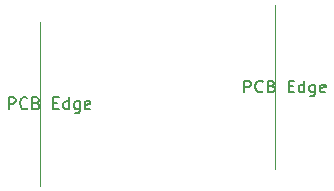
<source format=gbr>
%TF.GenerationSoftware,KiCad,Pcbnew,9.0.6*%
%TF.CreationDate,2025-12-01T13:51:19+09:00*%
%TF.ProjectId,fcBoard,6663426f-6172-4642-9e6b-696361645f70,0.2*%
%TF.SameCoordinates,Original*%
%TF.FileFunction,OtherDrawing,Comment*%
%FSLAX46Y46*%
G04 Gerber Fmt 4.6, Leading zero omitted, Abs format (unit mm)*
G04 Created by KiCad (PCBNEW 9.0.6) date 2025-12-01 13:51:19*
%MOMM*%
%LPD*%
G01*
G04 APERTURE LIST*
%ADD10C,0.150000*%
%ADD11C,0.100000*%
G04 APERTURE END LIST*
D10*
X167491428Y-385354819D02*
X167491428Y-384354819D01*
X167491428Y-384354819D02*
X167872380Y-384354819D01*
X167872380Y-384354819D02*
X167967618Y-384402438D01*
X167967618Y-384402438D02*
X168015237Y-384450057D01*
X168015237Y-384450057D02*
X168062856Y-384545295D01*
X168062856Y-384545295D02*
X168062856Y-384688152D01*
X168062856Y-384688152D02*
X168015237Y-384783390D01*
X168015237Y-384783390D02*
X167967618Y-384831009D01*
X167967618Y-384831009D02*
X167872380Y-384878628D01*
X167872380Y-384878628D02*
X167491428Y-384878628D01*
X169062856Y-385259580D02*
X169015237Y-385307200D01*
X169015237Y-385307200D02*
X168872380Y-385354819D01*
X168872380Y-385354819D02*
X168777142Y-385354819D01*
X168777142Y-385354819D02*
X168634285Y-385307200D01*
X168634285Y-385307200D02*
X168539047Y-385211961D01*
X168539047Y-385211961D02*
X168491428Y-385116723D01*
X168491428Y-385116723D02*
X168443809Y-384926247D01*
X168443809Y-384926247D02*
X168443809Y-384783390D01*
X168443809Y-384783390D02*
X168491428Y-384592914D01*
X168491428Y-384592914D02*
X168539047Y-384497676D01*
X168539047Y-384497676D02*
X168634285Y-384402438D01*
X168634285Y-384402438D02*
X168777142Y-384354819D01*
X168777142Y-384354819D02*
X168872380Y-384354819D01*
X168872380Y-384354819D02*
X169015237Y-384402438D01*
X169015237Y-384402438D02*
X169062856Y-384450057D01*
X169824761Y-384831009D02*
X169967618Y-384878628D01*
X169967618Y-384878628D02*
X170015237Y-384926247D01*
X170015237Y-384926247D02*
X170062856Y-385021485D01*
X170062856Y-385021485D02*
X170062856Y-385164342D01*
X170062856Y-385164342D02*
X170015237Y-385259580D01*
X170015237Y-385259580D02*
X169967618Y-385307200D01*
X169967618Y-385307200D02*
X169872380Y-385354819D01*
X169872380Y-385354819D02*
X169491428Y-385354819D01*
X169491428Y-385354819D02*
X169491428Y-384354819D01*
X169491428Y-384354819D02*
X169824761Y-384354819D01*
X169824761Y-384354819D02*
X169919999Y-384402438D01*
X169919999Y-384402438D02*
X169967618Y-384450057D01*
X169967618Y-384450057D02*
X170015237Y-384545295D01*
X170015237Y-384545295D02*
X170015237Y-384640533D01*
X170015237Y-384640533D02*
X169967618Y-384735771D01*
X169967618Y-384735771D02*
X169919999Y-384783390D01*
X169919999Y-384783390D02*
X169824761Y-384831009D01*
X169824761Y-384831009D02*
X169491428Y-384831009D01*
X171253333Y-384831009D02*
X171586666Y-384831009D01*
X171729523Y-385354819D02*
X171253333Y-385354819D01*
X171253333Y-385354819D02*
X171253333Y-384354819D01*
X171253333Y-384354819D02*
X171729523Y-384354819D01*
X172586666Y-385354819D02*
X172586666Y-384354819D01*
X172586666Y-385307200D02*
X172491428Y-385354819D01*
X172491428Y-385354819D02*
X172300952Y-385354819D01*
X172300952Y-385354819D02*
X172205714Y-385307200D01*
X172205714Y-385307200D02*
X172158095Y-385259580D01*
X172158095Y-385259580D02*
X172110476Y-385164342D01*
X172110476Y-385164342D02*
X172110476Y-384878628D01*
X172110476Y-384878628D02*
X172158095Y-384783390D01*
X172158095Y-384783390D02*
X172205714Y-384735771D01*
X172205714Y-384735771D02*
X172300952Y-384688152D01*
X172300952Y-384688152D02*
X172491428Y-384688152D01*
X172491428Y-384688152D02*
X172586666Y-384735771D01*
X173491428Y-384688152D02*
X173491428Y-385497676D01*
X173491428Y-385497676D02*
X173443809Y-385592914D01*
X173443809Y-385592914D02*
X173396190Y-385640533D01*
X173396190Y-385640533D02*
X173300952Y-385688152D01*
X173300952Y-385688152D02*
X173158095Y-385688152D01*
X173158095Y-385688152D02*
X173062857Y-385640533D01*
X173491428Y-385307200D02*
X173396190Y-385354819D01*
X173396190Y-385354819D02*
X173205714Y-385354819D01*
X173205714Y-385354819D02*
X173110476Y-385307200D01*
X173110476Y-385307200D02*
X173062857Y-385259580D01*
X173062857Y-385259580D02*
X173015238Y-385164342D01*
X173015238Y-385164342D02*
X173015238Y-384878628D01*
X173015238Y-384878628D02*
X173062857Y-384783390D01*
X173062857Y-384783390D02*
X173110476Y-384735771D01*
X173110476Y-384735771D02*
X173205714Y-384688152D01*
X173205714Y-384688152D02*
X173396190Y-384688152D01*
X173396190Y-384688152D02*
X173491428Y-384735771D01*
X174348571Y-385307200D02*
X174253333Y-385354819D01*
X174253333Y-385354819D02*
X174062857Y-385354819D01*
X174062857Y-385354819D02*
X173967619Y-385307200D01*
X173967619Y-385307200D02*
X173920000Y-385211961D01*
X173920000Y-385211961D02*
X173920000Y-384831009D01*
X173920000Y-384831009D02*
X173967619Y-384735771D01*
X173967619Y-384735771D02*
X174062857Y-384688152D01*
X174062857Y-384688152D02*
X174253333Y-384688152D01*
X174253333Y-384688152D02*
X174348571Y-384735771D01*
X174348571Y-384735771D02*
X174396190Y-384831009D01*
X174396190Y-384831009D02*
X174396190Y-384926247D01*
X174396190Y-384926247D02*
X173920000Y-385021485D01*
X147571428Y-386769819D02*
X147571428Y-385769819D01*
X147571428Y-385769819D02*
X147952380Y-385769819D01*
X147952380Y-385769819D02*
X148047618Y-385817438D01*
X148047618Y-385817438D02*
X148095237Y-385865057D01*
X148095237Y-385865057D02*
X148142856Y-385960295D01*
X148142856Y-385960295D02*
X148142856Y-386103152D01*
X148142856Y-386103152D02*
X148095237Y-386198390D01*
X148095237Y-386198390D02*
X148047618Y-386246009D01*
X148047618Y-386246009D02*
X147952380Y-386293628D01*
X147952380Y-386293628D02*
X147571428Y-386293628D01*
X149142856Y-386674580D02*
X149095237Y-386722200D01*
X149095237Y-386722200D02*
X148952380Y-386769819D01*
X148952380Y-386769819D02*
X148857142Y-386769819D01*
X148857142Y-386769819D02*
X148714285Y-386722200D01*
X148714285Y-386722200D02*
X148619047Y-386626961D01*
X148619047Y-386626961D02*
X148571428Y-386531723D01*
X148571428Y-386531723D02*
X148523809Y-386341247D01*
X148523809Y-386341247D02*
X148523809Y-386198390D01*
X148523809Y-386198390D02*
X148571428Y-386007914D01*
X148571428Y-386007914D02*
X148619047Y-385912676D01*
X148619047Y-385912676D02*
X148714285Y-385817438D01*
X148714285Y-385817438D02*
X148857142Y-385769819D01*
X148857142Y-385769819D02*
X148952380Y-385769819D01*
X148952380Y-385769819D02*
X149095237Y-385817438D01*
X149095237Y-385817438D02*
X149142856Y-385865057D01*
X149904761Y-386246009D02*
X150047618Y-386293628D01*
X150047618Y-386293628D02*
X150095237Y-386341247D01*
X150095237Y-386341247D02*
X150142856Y-386436485D01*
X150142856Y-386436485D02*
X150142856Y-386579342D01*
X150142856Y-386579342D02*
X150095237Y-386674580D01*
X150095237Y-386674580D02*
X150047618Y-386722200D01*
X150047618Y-386722200D02*
X149952380Y-386769819D01*
X149952380Y-386769819D02*
X149571428Y-386769819D01*
X149571428Y-386769819D02*
X149571428Y-385769819D01*
X149571428Y-385769819D02*
X149904761Y-385769819D01*
X149904761Y-385769819D02*
X149999999Y-385817438D01*
X149999999Y-385817438D02*
X150047618Y-385865057D01*
X150047618Y-385865057D02*
X150095237Y-385960295D01*
X150095237Y-385960295D02*
X150095237Y-386055533D01*
X150095237Y-386055533D02*
X150047618Y-386150771D01*
X150047618Y-386150771D02*
X149999999Y-386198390D01*
X149999999Y-386198390D02*
X149904761Y-386246009D01*
X149904761Y-386246009D02*
X149571428Y-386246009D01*
X151333333Y-386246009D02*
X151666666Y-386246009D01*
X151809523Y-386769819D02*
X151333333Y-386769819D01*
X151333333Y-386769819D02*
X151333333Y-385769819D01*
X151333333Y-385769819D02*
X151809523Y-385769819D01*
X152666666Y-386769819D02*
X152666666Y-385769819D01*
X152666666Y-386722200D02*
X152571428Y-386769819D01*
X152571428Y-386769819D02*
X152380952Y-386769819D01*
X152380952Y-386769819D02*
X152285714Y-386722200D01*
X152285714Y-386722200D02*
X152238095Y-386674580D01*
X152238095Y-386674580D02*
X152190476Y-386579342D01*
X152190476Y-386579342D02*
X152190476Y-386293628D01*
X152190476Y-386293628D02*
X152238095Y-386198390D01*
X152238095Y-386198390D02*
X152285714Y-386150771D01*
X152285714Y-386150771D02*
X152380952Y-386103152D01*
X152380952Y-386103152D02*
X152571428Y-386103152D01*
X152571428Y-386103152D02*
X152666666Y-386150771D01*
X153571428Y-386103152D02*
X153571428Y-386912676D01*
X153571428Y-386912676D02*
X153523809Y-387007914D01*
X153523809Y-387007914D02*
X153476190Y-387055533D01*
X153476190Y-387055533D02*
X153380952Y-387103152D01*
X153380952Y-387103152D02*
X153238095Y-387103152D01*
X153238095Y-387103152D02*
X153142857Y-387055533D01*
X153571428Y-386722200D02*
X153476190Y-386769819D01*
X153476190Y-386769819D02*
X153285714Y-386769819D01*
X153285714Y-386769819D02*
X153190476Y-386722200D01*
X153190476Y-386722200D02*
X153142857Y-386674580D01*
X153142857Y-386674580D02*
X153095238Y-386579342D01*
X153095238Y-386579342D02*
X153095238Y-386293628D01*
X153095238Y-386293628D02*
X153142857Y-386198390D01*
X153142857Y-386198390D02*
X153190476Y-386150771D01*
X153190476Y-386150771D02*
X153285714Y-386103152D01*
X153285714Y-386103152D02*
X153476190Y-386103152D01*
X153476190Y-386103152D02*
X153571428Y-386150771D01*
X154428571Y-386722200D02*
X154333333Y-386769819D01*
X154333333Y-386769819D02*
X154142857Y-386769819D01*
X154142857Y-386769819D02*
X154047619Y-386722200D01*
X154047619Y-386722200D02*
X154000000Y-386626961D01*
X154000000Y-386626961D02*
X154000000Y-386246009D01*
X154000000Y-386246009D02*
X154047619Y-386150771D01*
X154047619Y-386150771D02*
X154142857Y-386103152D01*
X154142857Y-386103152D02*
X154333333Y-386103152D01*
X154333333Y-386103152D02*
X154428571Y-386150771D01*
X154428571Y-386150771D02*
X154476190Y-386246009D01*
X154476190Y-386246009D02*
X154476190Y-386341247D01*
X154476190Y-386341247D02*
X154000000Y-386436485D01*
D11*
%TO.C,J23*%
X170120000Y-391850000D02*
X170120000Y-377950000D01*
%TO.C,J24*%
X150200000Y-393265000D02*
X150200000Y-379365000D01*
%TD*%
M02*

</source>
